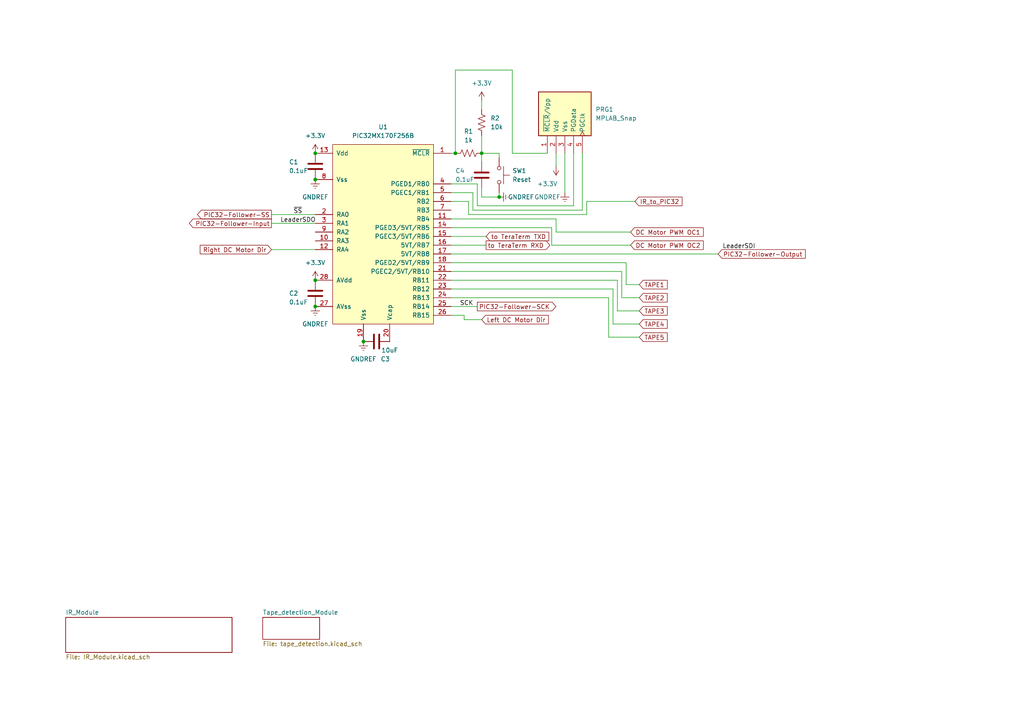
<source format=kicad_sch>
(kicad_sch (version 20250114) (generator "eeschema") (generator_version "9.0")
  (paper "A4")
  (lib_symbols
    (symbol "ME218_BaseLib:Cap" (pin_numbers (hide yes)) (pin_names (offset 0.254))
      (property "Reference" "C" (at 0.635 2.54 0))
      (property "Value" "Cap" (at 0.635 -2.54 0))
      (symbol "Cap_0_1"
        (polyline (pts (xy -2.032 0.762) (xy 2.032 0.762)) (stroke (width 0.508)))
        (polyline (pts (xy -2.032 -0.762) (xy 2.032 -0.762)) (stroke (width 0.508)))
      )
      (symbol "Cap_1_1"
        (pin passive line (at 0 3.81 270) (length 2.794) (name "~") (number "1"))
        (pin passive line (at 0 -3.81 90) (length 2.794) (name "~") (number "2"))
      )
    )
    (symbol "ME218_BaseLib:MPLAB_Snap" (pin_names (offset 1.016))
      (property "Reference" "PRG" (at 0 8.89 0))
      (property "Value" "MPLAB_Snap" (at 8.89 1.27 90))
      (symbol "MPLAB_Snap_0_1"
        (rectangle (start -6.35 7.62) (end 6.35 -7.62) (stroke (width 0.254)) (fill (type background)))
      )
      (symbol "MPLAB_Snap_1_1"
        (pin output line (at -11.43 5.08 0) (length 5.08) (name "~{MCLR}/Vpp") (number "1"))
        (pin input line (at -11.43 2.54 0) (length 5.08) (name "Vdd") (number "2"))
        (pin input line (at -11.43 0 0) (length 5.08) (name "Vss") (number "3"))
        (pin bidirectional line (at -11.43 -2.54 0) (length 5.08) (name "PGData") (number "4"))
        (pin output clock (at -11.43 -5.08 0) (length 5.08) (name "PGClk") (number "5"))
        (pin no_connect line (at -2.54 -11.43 0) (length 5.08) (hide yes) (name "NC") (number "6"))
        (pin no_connect line (at -2.54 -13.97 0) (length 5.08) (hide yes) (name "NC") (number "7"))
        (pin no_connect line (at -2.54 -16.51 0) (length 5.08) (hide yes) (name "NC") (number "8"))
      )
    )
    (symbol "ME218_BaseLib:PIC32MX170F256B" (pin_names (offset 1.016))
      (property "Reference" "U" (at -20.32 25.4 0))
      (property "Value" "PIC32MX170F256B" (at -7.62 25.4 0))
      (symbol "PIC32MX170F256B_0_1"
        (rectangle (start -21.59 24.13) (end 7.62 -27.94) (fill (type background)))
      )
      (symbol "PIC32MX170F256B_1_1"
        (pin power_in line (at -26.67 21.59 0) (length 5.08) (name "Vdd") (number "13"))
        (pin power_in line (at -26.67 13.97 0) (length 5.08) (name "Vss") (number "8"))
        (pin bidirectional line (at -26.67 3.81 0) (length 5.08) (name "RA0") (number "2"))
        (pin bidirectional line (at -26.67 1.27 0) (length 5.08) (name "RA1") (number "3"))
        (pin bidirectional line (at -26.67 -1.27 0) (length 5.08) (name "RA2") (number "9"))
        (pin bidirectional line (at -26.67 -3.81 0) (length 5.08) (name "RA3") (number "10"))
        (pin bidirectional line (at -26.67 -6.35 0) (length 5.08) (name "RA4") (number "12"))
        (pin power_in line (at -26.67 -15.24 0) (length 5.08) (name "AVdd") (number "28"))
        (pin power_in line (at -26.67 -22.86 0) (length 5.08) (name "AVss") (number "27"))
        (pin power_in line (at -12.7 -33.02 90) (length 5.08) (name "Vss") (number "19"))
        (pin input line (at -5.08 -33.02 90) (length 5.08) (name "Vcap") (number "20"))
        (pin input line (at 12.7 21.59 180) (length 5.08) (name "~{MCLR}") (number "1"))
        (pin bidirectional line (at 12.7 12.7 180) (length 5.08) (name "PGED1/RB0") (number "4"))
        (pin bidirectional line (at 12.7 10.16 180) (length 5.08) (name "PGEC1/RB1") (number "5"))
        (pin bidirectional line (at 12.7 7.62 180) (length 5.08) (name "RB2") (number "6"))
        (pin bidirectional line (at 12.7 5.08 180) (length 5.08) (name "RB3") (number "7"))
        (pin bidirectional line (at 12.7 2.54 180) (length 5.08) (name "RB4") (number "11"))
        (pin bidirectional line (at 12.7 0 180) (length 5.08) (name "PGED3/5VT/RB5") (number "14"))
        (pin bidirectional line (at 12.7 -2.54 180) (length 5.08) (name "PGEC3/5VT/RB6") (number "15"))
        (pin bidirectional line (at 12.7 -5.08 180) (length 5.08) (name "5VT/RB7") (number "16"))
        (pin bidirectional line (at 12.7 -7.62 180) (length 5.08) (name "5VT/RB8") (number "17"))
        (pin bidirectional line (at 12.7 -10.16 180) (length 5.08) (name "PGED2/5VT/RB9") (number "18"))
        (pin bidirectional line (at 12.7 -12.7 180) (length 5.08) (name "PGEC2/5VT/RB10") (number "21"))
        (pin bidirectional line (at 12.7 -15.24 180) (length 5.08) (name "RB11") (number "22"))
        (pin bidirectional line (at 12.7 -17.78 180) (length 5.08) (name "RB12") (number "23"))
        (pin bidirectional line (at 12.7 -20.32 180) (length 5.08) (name "RB13") (number "24"))
        (pin bidirectional line (at 12.7 -22.86 180) (length 5.08) (name "RB14") (number "25"))
        (pin bidirectional line (at 12.7 -25.4 180) (length 5.08) (name "RB15") (number "26"))
      )
    )
    (symbol "ME218_BaseLib:Res1" (pin_numbers (hide yes)) (pin_names (offset 0))
      (property "Reference" "R" (at 2.54 0 90))
      (property "Value" "Res1" (at -2.54 0 90))
      (symbol "Res1_0_1"
        (polyline (pts (xy 0 2.286) (xy 0 2.54)))
        (polyline (pts (xy 0 2.286) (xy 1.016 1.905) (xy 0 1.524) (xy -1.016 1.143) (xy 0 0.762)))
        (polyline (pts (xy 0 0.762) (xy 1.016 0.381) (xy 0 0) (xy -1.016 -0.381) (xy 0 -0.762)))
        (polyline (pts (xy 0 -0.762) (xy 1.016 -1.143) (xy 0 -1.524) (xy -1.016 -1.905) (xy 0 -2.286)))
        (polyline (pts (xy 0 -2.286) (xy 0 -2.54)))
      )
      (symbol "Res1_1_1"
        (pin passive line (at 0 3.81 270) (length 1.27) (name "~") (number "1"))
        (pin passive line (at 0 -3.81 90) (length 1.27) (name "~") (number "2"))
      )
    )
    (symbol "ME218_BaseLib:SW-PB" (pin_numbers (hide yes)) (pin_names (offset 1.016) (hide yes))
      (property "Reference" "SW" (at 1.27 2.54 0))
      (property "Value" "SW-PB" (at 0 -1.524 0))
      (symbol "SW-PB_0_1"
        (circle (center -2.032 0) (radius 0.508))
        (polyline (pts (xy 0 1.27) (xy 0 3.048)))
        (circle (center 2.032 0) (radius 0.508))
        (polyline (pts (xy 2.54 1.27) (xy -2.54 1.27)))
        (pin passive line (at -5.08 0 0) (length 2.54) (name "1") (number "1"))
        (pin passive line (at 5.08 0 180) (length 2.54) (name "2") (number "2"))
      )
    )
    (symbol "power:+3.3V" (power) (pin_names (offset 0))
      (property "Value" "+3.3V" (at 0 3.556 0))
      (symbol "+3.3V_0_1"
        (polyline (pts (xy -0.762 1.27) (xy 0 2.54)))
        (polyline (pts (xy 0 2.54) (xy 0.762 1.27)))
        (polyline (pts (xy 0 0) (xy 0 2.54)))
      )
      (symbol "+3.3V_1_1"
        (pin power_in line (at 0 0 90) (length 0) (hide yes) (name "+3.3V") (number "1"))
      )
    )
    (symbol "power:GNDREF" (power) (pin_names (offset 0))
      (property "Value" "GNDREF" (at 0 -3.81 0))
      (symbol "GNDREF_0_1"
        (polyline (pts (xy -0.635 -1.905) (xy 0.635 -1.905)))
        (polyline (pts (xy -0.127 -2.54) (xy 0.127 -2.54)))
        (polyline (pts (xy 0 -1.27) (xy 0 0)))
        (polyline (pts (xy 1.27 -1.27) (xy -1.27 -1.27)))
      )
      (symbol "GNDREF_1_1"
        (pin power_in line (at 0 0 270) (length 0) (hide yes) (name "GNDREF") (number "1"))
      )
    )
  )
  (junction (at 91.44 81.28))
  (junction (at 105.41 99.06))
  (junction (at 91.44 44.45))
  (junction (at 139.7 44.45))
  (junction (at 91.44 52.07))
  (junction (at 132.08 44.45))
  (junction (at 144.78 57.15))
  (junction (at 91.44 88.9))
  (wire (pts (xy 144.78 44.45) (xy 144.78 45.72)))
  (wire (pts (xy 130.81 53.34) (xy 138.43 53.34)))
  (wire (pts (xy 139.7 57.15) (xy 139.7 54.61)))
  (wire (pts (xy 181.61 76.2) (xy 181.61 82.55)))
  (wire (pts (xy 176.53 97.79) (xy 185.42 97.79)))
  (wire (pts (xy 130.81 68.58) (xy 140.97 68.58)))
  (wire (pts (xy 148.59 44.45) (xy 148.59 20.32)))
  (wire (pts (xy 135.89 62.23) (xy 170.18 62.23)))
  (wire (pts (xy 134.62 92.71) (xy 139.7 92.71)))
  (wire (pts (xy 181.61 82.55) (xy 185.42 82.55)))
  (wire (pts (xy 158.75 44.45) (xy 148.59 44.45)))
  (wire (pts (xy 148.59 20.32) (xy 132.08 20.32)))
  (wire (pts (xy 179.07 90.17) (xy 185.42 90.17)))
  (wire (pts (xy 130.81 91.44) (xy 134.62 91.44)))
  (wire (pts (xy 160.02 71.12) (xy 182.88 71.12)))
  (wire (pts (xy 161.29 63.5) (xy 161.29 67.31)))
  (wire (pts (xy 130.81 66.04) (xy 160.02 66.04)))
  (wire (pts (xy 170.18 62.23) (xy 170.18 58.42)))
  (wire (pts (xy 130.81 83.82) (xy 177.8 83.82)))
  (wire (pts (xy 166.37 59.69) (xy 138.43 59.69)))
  (wire (pts (xy 139.7 29.21) (xy 139.7 31.75)))
  (wire (pts (xy 161.29 44.45) (xy 161.29 48.26)))
  (wire (pts (xy 144.78 57.15) (xy 144.78 55.88)))
  (wire (pts (xy 130.81 88.9) (xy 138.43 88.9)))
  (wire (pts (xy 139.7 57.15) (xy 144.78 57.15)))
  (wire (pts (xy 139.7 39.37) (xy 139.7 44.45)))
  (wire (pts (xy 130.81 55.88) (xy 137.16 55.88)))
  (wire (pts (xy 130.81 73.66) (xy 208.28 73.66)))
  (wire (pts (xy 177.8 93.98) (xy 185.42 93.98)))
  (wire (pts (xy 170.18 58.42) (xy 184.15 58.42)))
  (wire (pts (xy 138.43 59.69) (xy 138.43 53.34)))
  (wire (pts (xy 160.02 66.04) (xy 160.02 71.12)))
  (wire (pts (xy 135.89 58.42) (xy 135.89 62.23)))
  (wire (pts (xy 78.74 64.77) (xy 91.44 64.77)))
  (wire (pts (xy 130.81 58.42) (xy 135.89 58.42)))
  (wire (pts (xy 130.81 81.28) (xy 179.07 81.28)))
  (wire (pts (xy 161.29 67.31) (xy 182.88 67.31)))
  (wire (pts (xy 180.34 86.36) (xy 185.42 86.36)))
  (wire (pts (xy 132.08 20.32) (xy 132.08 44.45)))
  (wire (pts (xy 132.08 44.45) (xy 130.81 44.45)))
  (wire (pts (xy 130.81 63.5) (xy 161.29 63.5)))
  (wire (pts (xy 177.8 83.82) (xy 177.8 93.98)))
  (wire (pts (xy 78.74 62.23) (xy 91.44 62.23)))
  (wire (pts (xy 130.81 71.12) (xy 140.97 71.12)))
  (wire (pts (xy 163.83 55.88) (xy 163.83 44.45)))
  (wire (pts (xy 139.7 46.99) (xy 139.7 44.45)))
  (wire (pts (xy 139.7 44.45) (xy 144.78 44.45)))
  (wire (pts (xy 168.91 44.45) (xy 168.91 60.96)))
  (wire (pts (xy 78.74 72.39) (xy 91.44 72.39)))
  (wire (pts (xy 134.62 91.44) (xy 134.62 92.71)))
  (wire (pts (xy 176.53 86.36) (xy 176.53 97.79)))
  (wire (pts (xy 130.81 86.36) (xy 176.53 86.36)))
  (wire (pts (xy 166.37 44.45) (xy 166.37 59.69)))
  (wire (pts (xy 168.91 60.96) (xy 137.16 60.96)))
  (wire (pts (xy 179.07 81.28) (xy 179.07 90.17)))
  (wire (pts (xy 130.81 78.74) (xy 180.34 78.74)))
  (wire (pts (xy 130.81 76.2) (xy 181.61 76.2)))
  (wire (pts (xy 180.34 78.74) (xy 180.34 86.36)))
  (wire (pts (xy 137.16 60.96) (xy 137.16 55.88)))
  (label "LeaderSDI" (at 209.55 72.39 0))
  (label "LeaderSDO" (at 81.28 64.77 0))
  (label "SCK" (at 133.35 88.9 0))
  (label "~{SS}" (at 85.09 62.23 0))
  (global_label "Right DC Motor Dir" (shape input) (at 78.74 72.39 180) (property "Intersheetrefs" "${INTERSHEET_REFS}" (effects (hide yes))))
  (global_label "PIC32-Follower-Output" (shape input) (at 208.28 73.66 0) (property "Intersheetrefs" "${INTERSHEET_REFS}" (effects (hide yes))))
  (global_label "TAPE2" (shape input) (at 185.42 86.36 0) (property "Intersheetrefs" "${INTERSHEET_REFS}" (effects (hide yes))))
  (global_label "to TeraTerm RXD" (shape output) (at 140.97 71.12 0) (property "Intersheetrefs" "${INTERSHEET_REFS}" (effects (hide yes))))
  (global_label "IR_to_PIC32" (shape input) (at 184.15 58.42 0) (property "Intersheetrefs" "${INTERSHEET_REFS}" (effects (hide yes))))
  (global_label "TAPE3" (shape input) (at 185.42 90.17 0) (property "Intersheetrefs" "${INTERSHEET_REFS}" (effects (hide yes))))
  (global_label "DC Motor PWM OC1" (shape input) (at 182.88 67.31 0) (property "Intersheetrefs" "${INTERSHEET_REFS}" (effects (hide yes))))
  (global_label "to TeraTerm TXD" (shape input) (at 140.97 68.58 0) (property "Intersheetrefs" "${INTERSHEET_REFS}" (effects (hide yes))))
  (global_label "DC Motor PWM OC2" (shape input) (at 182.88 71.12 0) (property "Intersheetrefs" "${INTERSHEET_REFS}" (effects (hide yes))))
  (global_label "TAPE1" (shape input) (at 185.42 82.55 0) (property "Intersheetrefs" "${INTERSHEET_REFS}" (effects (hide yes))))
  (global_label "TAPE4" (shape input) (at 185.42 93.98 0) (property "Intersheetrefs" "${INTERSHEET_REFS}" (effects (hide yes))))
  (global_label "Left DC Motor Dir" (shape input) (at 139.7 92.71 0) (property "Intersheetrefs" "${INTERSHEET_REFS}" (effects (hide yes))))
  (global_label "TAPE5" (shape input) (at 185.42 97.79 0) (property "Intersheetrefs" "${INTERSHEET_REFS}" (effects (hide yes))))
  (global_label "PIC32-Follower-Input" (shape output) (at 78.74 64.77 180) (property "Intersheetrefs" "${INTERSHEET_REFS}" (effects (hide yes))))
  (global_label "PIC32-Follower-SCK" (shape output) (at 138.43 88.9 0) (property "Intersheetrefs" "${INTERSHEET_REFS}" (effects (hide yes))))
  (global_label "PIC32-Follower-SS" (shape output) (at 78.74 62.23 180) (property "Intersheetrefs" "${INTERSHEET_REFS}" (effects (hide yes))))
  (symbol (lib_id "ME218_BaseLib:Res1") (at 139.7 35.56 0) (unit 1)
    (property "Reference" "R2" (at 142.24 34.29 0) (effects (justify left)))
    (property "Value" "10k" (at 142.24 36.83 0) (effects (justify left)))
  )
  (symbol (lib_id "power:+3.3V") (at 161.29 48.26 180) (unit 1)
    (property "Reference" "#PWR010" (effects (hide yes)))
    (property "Value" "+3.3V" (at 158.75 53.34 0))
  )
  (symbol (lib_id "power:GNDREF") (at 105.41 99.06 0) (unit 1)
    (property "Reference" "#PWR05" (effects (hide yes)))
    (property "Value" "GNDREF" (at 105.41 104.14 0))
  )
  (symbol (lib_id "power:GNDREF") (at 163.83 55.88 0) (unit 1)
    (property "Reference" "#PWR011" (effects (hide yes)))
    (property "Value" "GNDREF" (at 158.75 57.15 0))
  )
  (symbol (lib_id "ME218_BaseLib:PIC32MX170F256B") (at 118.11 66.04 0) (unit 1)
    (property "Reference" "U1" (at 111.125 36.83 0))
    (property "Value" "PIC32MX170F256B" (at 111.125 39.37 0))
  )
  (symbol (lib_id "ME218_BaseLib:SW-PB") (at 144.78 50.8 270) (unit 1)
    (property "Reference" "SW1" (at 148.59 49.53 90) (effects (justify left)))
    (property "Value" "Reset" (at 148.59 52.07 90) (effects (justify left)))
  )
  (symbol (lib_id "power:+3.3V") (at 139.7 29.21 0) (unit 1)
    (property "Reference" "#PWR06" (effects (hide yes)))
    (property "Value" "+3.3V" (at 139.7 24.13 0))
  )
  (symbol (lib_id "power:+3.3V") (at 91.44 81.28 0) (unit 1)
    (property "Reference" "#PWR03" (effects (hide yes)))
    (property "Value" "+3.3V" (at 91.44 76.2 0))
  )
  (symbol (lib_id "ME218_BaseLib:Res1") (at 135.89 44.45 90) (unit 1)
    (property "Reference" "R1" (at 135.89 38.1 90))
    (property "Value" "1k" (at 135.89 40.64 90))
  )
  (symbol (lib_id "power:GNDREF") (at 91.44 52.07 0) (unit 1)
    (property "Reference" "#PWR02" (effects (hide yes)))
    (property "Value" "GNDREF" (at 91.44 57.15 0))
  )
  (symbol (lib_id "ME218_BaseLib:Cap") (at 91.44 85.09 0) (unit 1)
    (property "Reference" "C2" (at 83.82 85.09 0) (effects (justify left)))
    (property "Value" "0.1uF" (at 83.82 87.63 0) (effects (justify left)))
  )
  (symbol (lib_id "power:GNDREF") (at 91.44 88.9 0) (unit 1)
    (property "Reference" "#PWR04" (effects (hide yes)))
    (property "Value" "GNDREF" (at 91.44 93.98 0))
  )
  (symbol (lib_id "power:+3.3V") (at 91.44 44.45 0) (unit 1)
    (property "Reference" "#PWR01" (effects (hide yes)))
    (property "Value" "+3.3V" (at 91.44 39.37 0))
  )
  (symbol (lib_id "ME218_BaseLib:Cap") (at 139.7 50.8 0) (unit 1)
    (property "Reference" "C4" (at 132.08 49.53 0) (effects (justify left)))
    (property "Value" "0.1uF" (at 132.08 52.07 0) (effects (justify left)))
  )
  (symbol (lib_id "ME218_BaseLib:Cap") (at 91.44 48.26 0) (unit 1)
    (property "Reference" "C1" (at 83.82 46.99 0) (effects (justify left)))
    (property "Value" "0.1uF" (at 83.82 49.53 0) (effects (justify left)))
  )
  (symbol (lib_id "power:GNDREF") (at 144.78 57.15 90) (unit 1)
    (property "Reference" "#PWR07" (effects (hide yes)))
    (property "Value" "GNDREF" (at 151.13 57.15 90))
  )
  (symbol (lib_id "ME218_BaseLib:MPLAB_Snap") (at 163.83 33.02 90) (unit 1)
    (property "Reference" "PRG1" (at 172.72 31.75 90) (effects (justify right)))
    (property "Value" "MPLAB_Snap" (at 172.72 34.29 90) (effects (justify right)))
  )
  (symbol (lib_id "ME218_BaseLib:Cap") (at 109.22 99.06 90) (unit 1)
    (property "Reference" "C3" (at 111.76 104.14 90))
    (property "Value" "10uF" (at 113.03 101.6 90))
  )
  (sheet (at 76.2 179.07) (size 16.51 6.35) (stroke (width 0.1524))
    (property "Sheetname" "Tape_detection_Module" (at 76.2 178.3584 0) (effects (justify left bottom)))
    (property "Sheetfile" "tape_detection.kicad_sch" (at 76.2 186.0046 0) (effects (justify left top)))
  )
  (sheet (at 19.05 179.07) (size 48.26 10.16) (stroke (width 0.1524))
    (property "Sheetname" "IR_Module" (at 19.05 178.3584 0) (effects (justify left bottom)))
    (property "Sheetfile" "IR_Module.kicad_sch" (at 19.05 189.8146 0) (effects (justify left top)))
  )
)
</source>
